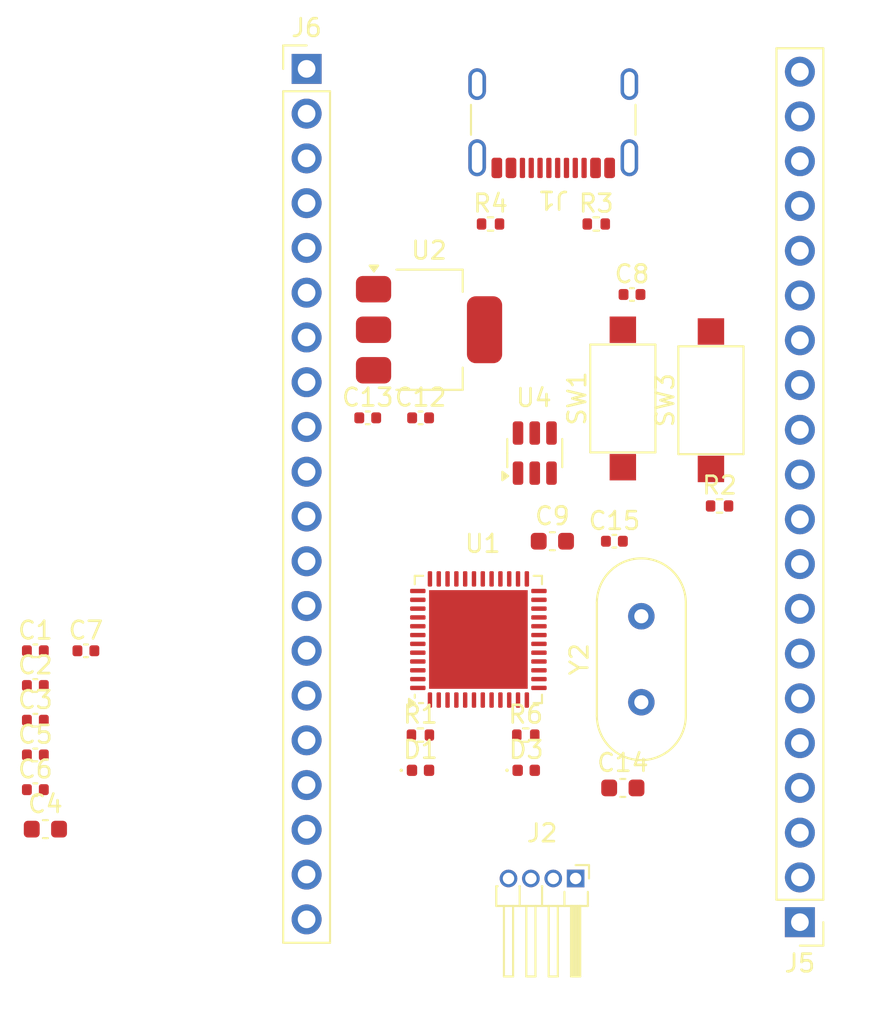
<source format=kicad_pcb>
(kicad_pcb (version 20240108) (generator "pcbnew") (generator_version "8.0")
  (layers (0 "F.Cu" signal) (31 "B.Cu" power) (34 "B.Paste" user) (35 "F.Paste" user) (36 "B.SilkS" user "B.Silkscreen") (37 "F.SilkS" user "F.Silkscreen") (38 "B.Mask" user) (39 "F.Mask" user) (44 "Edge.Cuts" user))
  (net 0 "")
  (net 1 "GND")
  (net 2 "+3.3V")
  (net 3 "/NRST")
  (net 4 "Net-(U1-VCAP1)")
  (net 5 "+5V")
  (net 6 "/HSE_OUT")
  (net 7 "/HSE_IN")
  (net 8 "/LED_PWR")
  (net 9 "Net-(D1-K)")
  (net 10 "Net-(D3-K)")
  (net 11 "/LED_1")
  (net 13 "/USB_D-")
  (net 14 "Net-(J1-CC1)")
  (net 15 "/USB_D+")
  (net 16 "Net-(J1-CC2)")
  (net 18 "/SWD_DIO")
  (net 19 "/SWD_CLK")
  (net 20 "/PB3")
  (net 21 "/PA4")
  (net 22 "/PA8")
  (net 23 "/PB0")
  (net 24 "/PA7")
  (net 25 "/PA1")
  (net 26 "/PB2")
  (net 27 "/PB4")
  (net 28 "/PA15")
  (net 29 "/PA5")
  (net 30 "/PB1")
  (net 31 "/PA2")
  (net 32 "/PA6")
  (net 33 "/PA9")
  (net 34 "/PB5")
  (net 35 "/PA0")
  (net 36 "/PA10")
  (net 37 "/PB15")
  (net 38 "/PB8")
  (net 39 "/PB14")
  (net 40 "/PB6")
  (net 44 "/PB10")
  (net 46 "/PB13")
  (net 47 "/PC15")
  (net 49 "/PB12")
  (net 50 "/PB9")
  (net 51 "/PB7")
  (net 52 "/PC14")
  (net 53 "/BOOT0")
  (footprint "Capacitor_SMD:C_0603_1608Metric" (layer "F.Cu") (at 145 105.9)
    (property "Reference" "C9" (at 0 -1.43 0) (layer "F.SilkS"))
    (property "Value" "4u7")
    (fp_line (start -0.14058 -0.51) (end 0.14058 -0.51) (stroke (width 0.12)) (layer "F.SilkS"))
    (fp_line (start -0.14058 0.51) (end 0.14058 0.51) (stroke (width 0.12)) (layer "F.SilkS"))
    (pad "1" smd roundrect (at -0.775 0) (size 0.9 0.95) (layers "F.Cu" "F.Paste" "F.Mask") (net 4 "Net-(U1-VCAP1)"))
    (pad "2" smd roundrect (at 0.775 0) (size 0.9 0.95) (layers "F.Cu" "F.Paste" "F.Mask") (net 1 "GND"))
  )
  (footprint "Capacitor_SMD:C_0402_1005Metric" (layer "F.Cu") (at 137.52 98.9)
    (property "Reference" "C12" (at 0 -1.16 0) (layer "F.SilkS"))
    (property "Value" "10u")
    (fp_line (start -0.107836 -0.36) (end 0.107836 -0.36) (stroke (width 0.12)) (layer "F.SilkS"))
    (fp_line (start -0.107836 0.36) (end 0.107836 0.36) (stroke (width 0.12)) (layer "F.SilkS"))
    (pad "1" smd roundrect (at -0.48 0) (size 0.56 0.62) (layers "F.Cu" "F.Paste" "F.Mask") (net 5 "+5V"))
    (pad "2" smd roundrect (at 0.48 0) (size 0.56 0.62) (layers "F.Cu" "F.Paste" "F.Mask") (net 1 "GND"))
  )
  (footprint "Connector_PinHeader_2.54mm:PinHeader_1x20_P2.54mm_Vertical" (layer "F.Cu") (at 159.05 127.5175 180)
    (property "Reference" "J5" (at 0 -2.33 360) (layer "F.SilkS"))
    (property "Value" "Conn_01x20")
    (fp_line (start 1.33 1.27) (end 1.33 49.59) (stroke (width 0.12)) (layer "F.SilkS"))
    (fp_line (start -1.33 49.59) (end 1.33 49.59) (stroke (width 0.12)) (layer "F.SilkS"))
    (fp_line (start -1.33 1.27) (end 1.33 1.27) (stroke (width 0.12)) (layer "F.SilkS"))
    (fp_line (start -1.33 1.27) (end -1.33 49.59) (stroke (width 0.12)) (layer "F.SilkS"))
    (fp_line (start -1.33 0) (end -1.33 -1.33) (stroke (width 0.12)) (layer "F.SilkS"))
    (fp_line (start -1.33 -1.33) (end 0 -1.33) (stroke (width 0.12)) (layer "F.SilkS"))
    (pad "1" thru_hole rect (at 0 0 180) (size 1.7 1.7) (drill 1) (layers "*.Cu" "*.Mask") (net 35 "/PA0"))
    (pad "2" thru_hole oval (at 0 2.54 180) (size 1.7 1.7) (drill 1) (layers "*.Cu" "*.Mask") (net 25 "/PA1"))
    (pad "3" thru_hole oval (at 0 5.08 180) (size 1.7 1.7) (drill 1) (layers "*.Cu" "*.Mask") (net 31 "/PA2"))
    (pad "4" thru_hole oval (at 0 7.62 180) (size 1.7 1.7) (drill 1) (layers "*.Cu" "*.Mask") (net 21 "/PA4"))
    (pad "5" thru_hole oval (at 0 10.16 180) (size 1.7 1.7) (drill 1) (layers "*.Cu" "*.Mask") (net 29 "/PA5"))
    (pad "6" thru_hole oval (at 0 12.7 180) (size 1.7 1.7) (drill 1) (layers "*.Cu" "*.Mask") (net 32 "/PA6"))
    (pad "7" thru_hole oval (at 0 15.24 180) (size 1.7 1.7) (drill 1) (layers "*.Cu" "*.Mask") (net 24 "/PA7"))
    (pad "8" thru_hole oval (at 0 17.78 180) (size 1.7 1.7) (drill 1) (layers "*.Cu" "*.Mask") (net 22 "/PA8"))
    (pad "9" thru_hole oval (at 0 20.32 180) (size 1.7 1.7) (drill 1) (layers "*.Cu" "*.Mask") (net 33 "/PA9"))
    (pad "10" thru_hole oval (at 0 22.86 180) (size 1.7 1.7) (drill 1) (layers "*.Cu" "*.Mask") (net 36 "/PA10"))
    (pad "11" thru_hole oval (at 0 25.4 180) (size 1.7 1.7) (drill 1) (layers "*.Cu" "*.Mask") (net 28 "/PA15"))
    (pad "12" thru_hole oval (at 0 27.94 180) (size 1.7 1.7) (drill 1) (layers "*.Cu" "*.Mask") (net 23 "/PB0"))
    (pad "13" thru_hole oval (at 0 30.48 180) (size 1.7 1.7) (drill 1) (layers "*.Cu" "*.Mask") (net 30 "/PB1"))
    (pad "14" thru_hole oval (at 0 33.02 180) (size 1.7 1.7) (drill 1) (layers "*.Cu" "*.Mask") (net 26 "/PB2"))
    (pad "15" thru_hole oval (at 0 35.56 180) (size 1.7 1.7) (drill 1) (layers "*.Cu" "*.Mask") (net 20 "/PB3"))
    (pad "16" thru_hole oval (at 0 38.1 180) (size 1.7 1.7) (drill 1) (layers "*.Cu" "*.Mask") (net 27 "/PB4"))
    (pad "17" thru_hole oval (at 0 40.64 180) (size 1.7 1.7) (drill 1) (layers "*.Cu" "*.Mask") (net 34 "/PB5"))
    (pad "18" thru_hole oval (at 0 43.18 180) (size 1.7 1.7) (drill 1) (layers "*.Cu" "*.Mask") (net 5 "+5V"))
    (pad "19" thru_hole oval (at 0 45.72 180) (size 1.7 1.7) (drill 1) (layers "*.Cu" "*.Mask") (net 1 "GND"))
    (pad "20" thru_hole oval (at 0 48.26 180) (size 1.7 1.7) (drill 1) (layers "*.Cu" "*.Mask") (net 2 "+3.3V"))
  )
  (footprint "Package_TO_SOT_SMD:SOT-23-6" (layer "F.Cu") (at 144 100.9 90)
    (property "Reference" "U4" (at 3.1375 -0.05 180) (layer "F.SilkS"))
    (property "Value" "2SC6")
    (fp_line (start 0 -1.56) (end 0.8 -1.56) (stroke (width 0.12)) (layer "F.SilkS"))
    (fp_line (start 0 -1.56) (end -0.8 -1.56) (stroke (width 0.12)) (layer "F.SilkS"))
    (fp_line (start 0 1.56) (end 0.8 1.56) (stroke (width 0.12)) (layer "F.SilkS"))
    (fp_line (start 0 1.56) (end -0.8 1.56) (stroke (width 0.12)) (layer "F.SilkS"))
    (fp_poly (pts (xy -1.3 -1.51) (xy -1.54 -1.84) (xy -1.06 -1.84) (xy -1.3 -1.51)) (stroke (width 0.12)) (fill solid) (layer "F.SilkS"))
    (pad "1" smd roundrect (at -1.1375 -0.95 90) (size 1.325 0.6) (layers "F.Cu" "F.Paste" "F.Mask") (net 15 "/USB_D+"))
    (pad "2" smd roundrect (at -1.1375 0 90) (size 1.325 0.6) (layers "F.Cu" "F.Paste" "F.Mask") (net 1 "GND"))
    (pad "3" smd roundrect (at -1.1375 0.95 90) (size 1.325 0.6) (layers "F.Cu" "F.Paste" "F.Mask") (net 13 "/USB_D-"))
    (pad "4" smd roundrect (at 1.1375 0.95 90) (size 1.325 0.6) (layers "F.Cu" "F.Paste" "F.Mask"))
    (pad "5" smd roundrect (at 1.1375 0 90) (size 1.325 0.6) (layers "F.Cu" "F.Paste" "F.Mask") (net 2 "+3.3V"))
    (pad "6" smd roundrect (at 1.1375 -0.95 90) (size 1.325 0.6) (layers "F.Cu" "F.Paste" "F.Mask"))
  )
  (footprint "Capacitor_SMD:C_0402_1005Metric" (layer "F.Cu") (at 115.6525 119.9975)
    (property "Reference" "C6" (at 0 -1.16 0) (layer "F.SilkS"))
    (property "Value" "1u")
    (fp_line (start -0.107836 -0.36) (end 0.107836 -0.36) (stroke (width 0.12)) (layer "F.SilkS"))
    (fp_line (start -0.107836 0.36) (end 0.107836 0.36) (stroke (width 0.12)) (layer "F.SilkS"))
    (pad "1" smd roundrect (at -0.48 0) (size 0.56 0.62) (layers "F.Cu" "F.Paste" "F.Mask") (net 2 "+3.3V"))
    (pad "2" smd roundrect (at 0.48 0) (size 0.56 0.62) (layers "F.Cu" "F.Paste" "F.Mask") (net 1 "GND"))
  )
  (footprint "Capacitor_SMD:C_0402_1005Metric" (layer "F.Cu") (at 115.6525 118.0275)
    (property "Reference" "C5" (at 0 -1.16 0) (layer "F.SilkS"))
    (property "Value" "100n")
    (fp_line (start -0.107836 -0.36) (end 0.107836 -0.36) (stroke (width 0.12)) (layer "F.SilkS"))
    (fp_line (start -0.107836 0.36) (end 0.107836 0.36) (stroke (width 0.12)) (layer "F.SilkS"))
    (pad "1" smd roundrect (at -0.48 0) (size 0.56 0.62) (layers "F.Cu" "F.Paste" "F.Mask") (net 2 "+3.3V"))
    (pad "2" smd roundrect (at 0.48 0) (size 0.56 0.62) (layers "F.Cu" "F.Paste" "F.Mask") (net 1 "GND"))
  )
  (footprint "Resistor_SMD:R_0402_1005Metric" (layer "F.Cu") (at 147.49 87.9)
    (property "Reference" "R3" (at 0 -1.17 0) (layer "F.SilkS"))
    (property "Value" "5.1k")
    (fp_line (start -0.153641 -0.38) (end 0.153641 -0.38) (stroke (width 0.12)) (layer "F.SilkS"))
    (fp_line (start -0.153641 0.38) (end 0.153641 0.38) (stroke (width 0.12)) (layer "F.SilkS"))
    (pad "1" smd roundrect (at -0.51 0) (size 0.54 0.64) (layers "F.Cu" "F.Paste" "F.Mask") (net 14 "Net-(J1-CC1)"))
    (pad "2" smd roundrect (at 0.51 0) (size 0.54 0.64) (layers "F.Cu" "F.Paste" "F.Mask") (net 1 "GND"))
  )
  (footprint "Capacitor_SMD:C_0402_1005Metric" (layer "F.Cu") (at 115.6525 112.1175)
    (property "Reference" "C1" (at 0 -1.16 0) (layer "F.SilkS"))
    (property "Value" "100n")
    (fp_line (start -0.107836 -0.36) (end 0.107836 -0.36) (stroke (width 0.12)) (layer "F.SilkS"))
    (fp_line (start -0.107836 0.36) (end 0.107836 0.36) (stroke (width 0.12)) (layer "F.SilkS"))
    (pad "1" smd roundrect (at -0.48 0) (size 0.56 0.62) (layers "F.Cu" "F.Paste" "F.Mask") (net 2 "+3.3V"))
    (pad "2" smd roundrect (at 0.48 0) (size 0.56 0.62) (layers "F.Cu" "F.Paste" "F.Mask") (net 1 "GND"))
  )
  (footprint "LED_SMD:LED_0402_1005Metric" (layer "F.Cu") (at 137.515 118.9)
    (property "Reference" "D1" (at 0 -1.17 0) (layer "F.SilkS"))
    (property "Value" "LED")
    (fp_circle (center -1.09 0) (end -1.04 0) (stroke (width 0.1)) (fill none) (layer "F.SilkS"))
    (pad "1" smd roundrect (at -0.485 0) (size 0.59 0.64) (layers "F.Cu" "F.Paste" "F.Mask") (net 9 "Net-(D1-K)"))
    (pad "2" smd roundrect (at 0.485 0) (size 0.59 0.64) (layers "F.Cu" "F.Paste" "F.Mask") (net 8 "/LED_PWR"))
  )
  (footprint "Button_Switch_SMD:SW_SPST_CK_RS282G05A3" (layer "F.Cu") (at 149 97.8 90)
    (property "Reference" "SW1" (at 0 -2.6 90) (layer "F.SilkS"))
    (property "Value" "Push")
    (fp_line (start 3.06 -1.85) (end 3.06 1.85) (stroke (width 0.12)) (layer "F.SilkS"))
    (fp_line (start -3.06 -1.85) (end 3.06 -1.85) (stroke (width 0.12)) (layer "F.SilkS"))
    (fp_line (start 3.06 1.85) (end -3.06 1.85) (stroke (width 0.12)) (layer "F.SilkS"))
    (fp_line (start -3.06 1.85) (end -3.06 -1.85) (stroke (width 0.12)) (layer "F.SilkS"))
    (pad "1" smd rect (at -3.9 0 90) (size 1.5 1.5) (layers "F.Cu" "F.Paste" "F.Mask") (net 3 "/NRST"))
    (pad "2" smd rect (at 3.9 0 90) (size 1.5 1.5) (layers "F.Cu" "F.Paste" "F.Mask") (net 1 "GND"))
  )
  (footprint "Package_TO_SOT_SMD:SOT-223-3_TabPin2" (layer "F.Cu") (at 138 93.9)
    (property "Reference" "U2" (at 0 -4.5 0) (layer "F.SilkS"))
    (property "Value" "AMS1117-3.3")
    (fp_line (start -1.85 -3.41) (end 1.91 -3.41) (stroke (width 0.12)) (layer "F.SilkS"))
    (fp_line (start -1.85 3.41) (end 1.91 3.41) (stroke (width 0.12)) (layer "F.SilkS"))
    (fp_line (start 1.91 -3.41) (end 1.91 -2.15) (stroke (width 0.12)) (layer "F.SilkS"))
    (fp_line (start 1.91 3.41) (end 1.91 2.15) (stroke (width 0.12)) (layer "F.SilkS"))
    (fp_poly (pts (xy -3.13 -3.31) (xy -3.37 -3.64) (xy -2.89 -3.64) (xy -3.13 -3.31)) (stroke (width 0.12)) (fill solid) (layer "F.SilkS"))
    (pad "1" smd roundrect (at -3.15 -2.3) (size 2 1.5) (layers "F.Cu" "F.Paste" "F.Mask") (net 1 "GND"))
    (pad "2" smd roundrect (at -3.15 0) (size 2 1.5) (layers "F.Cu" "F.Paste" "F.Mask") (net 2 "+3.3V"))
    (pad "2" smd roundrect (at 3.15 0) (size 2 3.8) (layers "F.Cu" "F.Paste" "F.Mask") (net 2 "+3.3V"))
    (pad "3" smd roundrect (at -3.15 2.3) (size 2 1.5) (layers "F.Cu" "F.Paste" "F.Mask") (net 5 "+5V"))
  )
  (footprint "Capacitor_SMD:C_0402_1005Metric" (layer "F.Cu") (at 148.52 105.9)
    (property "Reference" "C15" (at 0 -1.16 0) (layer "F.SilkS"))
    (property "Value" "18p")
    (fp_line (start -0.107836 -0.36) (end 0.107836 -0.36) (stroke (width 0.12)) (layer "F.SilkS"))
    (fp_line (start -0.107836 0.36) (end 0.107836 0.36) (stroke (width 0.12)) (layer "F.SilkS"))
    (pad "1" smd roundrect (at -0.48 0) (size 0.56 0.62) (layers "F.Cu" "F.Paste" "F.Mask") (net 7 "/HSE_IN"))
    (pad "2" smd roundrect (at 0.48 0) (size 0.56 0.62) (layers "F.Cu" "F.Paste" "F.Mask") (net 1 "GND"))
  )
  (footprint "Capacitor_SMD:C_0603_1608Metric" (layer "F.Cu") (at 116.2225 122.2375)
    (property "Reference" "C4" (at 0 -1.43 0) (layer "F.SilkS"))
    (property "Value" "4u7")
    (fp_line (start -0.14058 -0.51) (end 0.14058 -0.51) (stroke (width 0.12)) (layer "F.SilkS"))
    (fp_line (start -0.14058 0.51) (end 0.14058 0.51) (stroke (width 0.12)) (layer "F.SilkS"))
    (pad "1" smd roundrect (at -0.775 0) (size 0.9 0.95) (layers "F.Cu" "F.Paste" "F.Mask") (net 2 "+3.3V"))
    (pad "2" smd roundrect (at 0.775 0) (size 0.9 0.95) (layers "F.Cu" "F.Paste" "F.Mask") (net 1 "GND"))
  )
  (footprint "Package_DFN_QFN:QFN-48-1EP_7x7mm_P0.5mm_EP5.6x5.6mm" (layer "F.Cu") (at 140.8 111.475 90)
    (property "Reference" "U1" (at 5.4375 0.25 180) (layer "F.SilkS"))
    (property "Value" "STM32F411CCU6")
    (fp_line (start 3.61 -3.61) (end 3.61 -3.135) (stroke (width 0.12)) (layer "F.SilkS"))
    (fp_line (start 3.135 -3.61) (end 3.61 -3.61) (stroke (width 0.12)) (layer "F.SilkS"))
    (fp_line (start -3.135 -3.61) (end -3.31 -3.61) (stroke (width 0.12)) (layer "F.SilkS"))
    (fp_line (start -3.61 -3.135) (end -3.61 -3.37) (stroke (width 0.12)) (layer "F.SilkS"))
    (fp_line (start 3.61 3.61) (end 3.61 3.135) (stroke (width 0.12)) (layer "F.SilkS"))
    (fp_line (start 3.135 3.61) (end 3.61 3.61) (stroke (width 0.12)) (layer "F.SilkS"))
    (fp_line (start -3.135 3.61) (end -3.61 3.61) (stroke (width 0.12)) (layer "F.SilkS"))
    (fp_line (start -3.61 3.61) (end -3.61 3.135) (stroke (width 0.12)) (layer "F.SilkS"))
    (fp_poly (pts (xy -3.61 -3.61) (xy -3.85 -3.94) (xy -3.37 -3.94) (xy -3.61 -3.61)) (stroke (width 0.12)) (fill solid) (layer "F.SilkS"))
    (pad "1" smd roundrect (at -3.4375 -2.75 90) (size 0.875 0.25) (layers "F.Cu" "F.Paste" "F.Mask") (net 1 "GND"))
    (pad "2" smd roundrect (at -3.4375 -2.25 90) (size 0.875 0.25) (layers "F.Cu" "F.Paste" "F.Mask") (net 8 "/LED_PWR"))
    (pad "3" smd roundrect (at -3.4375 -1.75 90) (size 0.875 0.25) (layers "F.Cu" "F.Paste" "F.Mask") (net 52 "/PC14"))
    (pad "4" smd roundrect (at -3.4375 -1.25 90) (size 0.875 0.25) (layers "F.Cu" "F.Paste" "F.Mask") (net 47 "/PC15"))
    (pad "5" smd roundrect (at -3.4375 -0.75 90) (size 0.875 0.25) (layers "F.Cu" "F.Paste" "F.Mask") (net 7 "/HSE_IN"))
    (pad "6" smd roundrect (at -3.4375 -0.25 90) (size 0.875 0.25) (layers "F.Cu" "F.Paste" "F.Mask") (net 6 "/HSE_OUT"))
    (pad "7" smd roundrect (at -3.4375 0.25 90) (size 0.875 0.25) (layers "F.Cu" "F.Paste" "F.Mask") (net 3 "/NRST"))
    (pad "8" smd roundrect (at -3.4375 0.75 90) (size 0.875 0.25) (layers "F.Cu" "F.Paste" "F.Mask") (net 1 "GND"))
    (pad "9" smd roundrect (at -3.4375 1.25 90) (size 0.875 0.25) (layers "F.Cu" "F.Paste" "F.Mask") (net 1 "GND"))
    (pad "10" smd roundrect (at -3.4375 1.75 90) (size 0.875 0.25) (layers "F.Cu" "F.Paste" "F.Mask") (net 35 "/PA0"))
    (pad "11" smd roundrect (at -3.4375 2.25 90) (size 0.875 0.25) (layers "F.Cu" "F.Paste" "F.Mask") (net 25 "/PA1"))
    (pad "12" smd roundrect (at -3.4375 2.75 90) (size 0.875 0.25) (layers "F.Cu" "F.Paste" "F.Mask") (net 31 "/PA2"))
    (pad "13" smd roundrect (at -2.75 3.4375 90) (size 0.25 0.875) (layers "F.Cu" "F.Paste" "F.Mask") (net 11 "/LED_1"))
    (pad "14" smd roundrect (at -2.25 3.4375 90) (size 0.25 0.875) (layers "F.Cu" "F.Paste" "F.Mask") (net 21 "/PA4"))
    (pad "15" smd roundrect (at -1.75 3.4375 90) (size 0.25 0.875) (layers "F.Cu" "F.Paste" "F.Mask") (net 29 "/PA5"))
    (pad "16" smd roundrect (at -1.25 3.4375 90) (size 0.25 0.875) (layers "F.Cu" "F.Paste" "F.Mask") (net 32 "/PA6"))
    (pad "17" smd roundrect (at -0.75 3.4375 90) (size 0.25 0.875) (layers "F.Cu" "F.Paste" "F.Mask") (net 24 "/PA7"))
    (pad "18" smd roundrect (at -0.25 3.4375 90) (size 0.25 0.875) (layers "F.Cu" "F.Paste" "F.Mask") (net 23 "/PB0"))
    (pad "19" smd roundrect (at 0.25 3.4375 90) (size 0.25 0.875) (layers "F.Cu" "F.Paste" "F.Mask") (net 30 "/PB1"))
    (pad "20" smd roundrect (at 0.75 3.4375 90) (size 0.25 0.875) (layers "F.Cu" "F.Paste" "F.Mask") (net 26 "/PB2"))
    (pad "21" smd roundrect (at 1.25 3.4375 90) (size 0.25 0.875) (layers "F.Cu" "F.Paste" "F.Mask") (net 44 "/PB10"))
    (pad "22" smd roundrect (at 1.75 3.4375 90) (size 0.25 0.875) (layers "F.Cu" "F.Paste" "F.Mask") (net 4 "Net-(U1-VCAP1)"))
    (pad "23" smd roundrect (at 2.25 3.4375 90) (size 0.25 0.875) (layers "F.Cu" "F.Paste" "F.Mask") (net 1 "GND"))
    (pad "24" smd roundrect (at 2.75 3.4375 90) (size 0.25 0.875) (layers "F.Cu" "F.Paste" "F.Mask") (net 1 "GND"))
    (pad "25" smd roundrect (at 3.4375 2.75 90) (size 0.875 0.25) (layers "F.Cu" "F.Paste" "F.Mask") (net 49 "/PB12"))
    (pad "26" smd roundrect (at 3.4375 2.25 90) (size 0.875 0.25) (layers "F.Cu" "F.Paste" "F.Mask") (net 46 "/PB13"))
    (pad "27" smd roundrect (at 3.4375 1.75 90) (size 0.875 0.25) (layers "F.Cu" "F.Paste" "F.Mask") (net 39 "/PB14"))
    (pad "28" smd roundrect (at 3.4375 1.25 90) (size 0.875 0.25) (layers "F.Cu" "F.Paste" "F.Mask") (net 37 "/PB15"))
    (pad "29" smd roundrect (at 3.4375 0.75 90) (size 0.875 0.25) (layers "F.Cu" "F.Paste" "F.Mask") (net 22 "/PA8"))
    (pad "30" smd roundrect (at 3.4375 0.25 90) (size 0.875 0.25) (layers "F.Cu" "F.Paste" "F.Mask") (net 33 "/PA9"))
    (pad "31" smd roundrect (at 3.4375 -0.25 90) (size 0.875 0.25) (layers "F.Cu" "F.Paste" "F.Mask") (net 36 "/PA10"))
    (pad "32" smd roundrect (at 3.4375 -0.75 90) (size 0.875 0.25) (layers "F.Cu" "F.Paste" "F.Mask") (net 13 "/USB_D-"))
    (pad "33" smd roundrect (at 3.4375 -1.25 90) (size 0.875 0.25) (layers "F.Cu" "F.Paste" "F.Mask") (net 15 "/USB_D+"))
    (pad "34" smd roundrect (at 3.4375 -1.75 90) (size 0.875 0.25) (layers "F.Cu" "F.Paste" "F.Mask") (net 18 "/SWD_DIO"))
    (pad "35" smd roundrect (at 3.4375 -2.25 90) (size 0.875 0.25) (layers "F.Cu" "F.Paste" "F.Mask") (net 1 "GND"))
    (pad "36" smd roundrect (at 3.4375 -2.75 90) (size 0.875 0.25) (layers "F.Cu" "F.Paste" "F.Mask") (net 1 "GND"))
    (pad "37" smd roundrect (at 2.75 -3.4375 90) (size 0.25 0.875) (layers "F.Cu" "F.Paste" "F.Mask") (net 19 "/SWD_CLK"))
    (pad "38" smd roundrect (at 2.25 -3.4375 90) (size 0.25 0.875) (layers "F.Cu" "F.Paste" "F.Mask") (net 28 "/PA15"))
    (pad "39" smd roundrect (at 1.75 -3.4375 90) (size 0.25 0.875) (layers "F.Cu" "F.Paste" "F.Mask") (net 20 "/PB3"))
    (pad "40" smd roundrect (at 1.25 -3.4375 90) (size 0.25 0.875) (layers "F.Cu" "F.Paste" "F.Mask") (net 27 "/PB4"))
    (pad "41" smd roundrect (at 0.75 -3.4375 90) (size 0.25 0.875) (layers "F.Cu" "F.Paste" "F.Mask") (net 34 "/PB5"))
    (pad "42" smd roundrect (at 0.25 -3.4375 90) (size 0.25 0.875) (layers "F.Cu" "F.Paste" "F.Mask") (net 40 "/PB6"))
    (pad "43" smd roundrect (at -0.25 -3.4375 90) (size 0.25 0.875) (layers "F.Cu" "F.Paste" "F.Mask") (net 51 "/PB7"))
    (pad "44" smd roundrect (at -0.75 -3.4375 90) (size 0.25 0.875) (layers "F.Cu" "F.Paste" "F.Mask") (net 53 "/BOOT0"))
    (pad "45" smd roundrect (at -1.25 -3.4375 90) (size 0.25 0.875) (layers "F.Cu" "F.Paste" "F.Mask") (net 38 "/PB8"))
    (pad "46" smd roundrect (at -1.75 -3.4375 90) (size 0.25 0.875) (layers "F.Cu" "F.Paste" "F.Mask") (net 50 "/PB9"))
    (pad "47" smd roundrect (at -2.25 -3.4375 90) (size 0.25 0.875) (layers "F.Cu" "F.Paste" "F.Mask") (net 1 "GND"))
    (pad "48" smd roundrect (at -2.75 -3.4375 90) (size 0.25 0.875) (layers "F.Cu" "F.Paste" "F.Mask") (net 1 "GND"))
    (pad "49" smd rect (at 0 0 90) (size 5.6 5.6) (property pad_prop_heatsink) (layers "F.Cu" "F.Mask") (net 1 "GND"))
  )
  (footprint "Capacitor_SMD:C_0402_1005Metric" (layer "F.Cu") (at 115.6525 116.0575)
    (property "Reference" "C3" (at 0 -1.16 0) (layer "F.SilkS"))
    (property "Value" "100n")
    (fp_line (start -0.107836 -0.36) (end 0.107836 -0.36) (stroke (width 0.12)) (layer "F.SilkS"))
    (fp_line (start -0.107836 0.36) (end 0.107836 0.36) (stroke (width 0.12)) (layer "F.SilkS"))
    (pad "1" smd roundrect (at -0.48 0) (size 0.56 0.62) (layers "F.Cu" "F.Paste" "F.Mask") (net 2 "+3.3V"))
    (pad "2" smd roundrect (at 0.48 0) (size 0.56 0.62) (layers "F.Cu" "F.Paste" "F.Mask") (net 1 "GND"))
  )
  (footprint "Connector_PinHeader_2.54mm:PinHeader_1x20_P2.54mm_Vertical" (layer "F.Cu") (at 131.05 79.0975)
    (property "Reference" "J6" (at 0 -2.33 0) (layer "F.SilkS"))
    (property "Value" "Conn_01x20")
    (fp_line (start -1.33 -1.33) (end 0 -1.33) (stroke (width 0.12)) (layer "F.SilkS"))
    (fp_line (start -1.33 0) (end -1.33 -1.33) (stroke (width 0.12)) (layer "F.SilkS"))
    (fp_line (start -1.33 1.27) (end -1.33 49.59) (stroke (width 0.12)) (layer "F.SilkS"))
    (fp_line (start -1.33 1.27) (end 1.33 1.27) (stroke (width 0.12)) (layer "F.SilkS"))
    (fp_line (start -1.33 49.59) (end 1.33 49.59) (stroke (width 0.12)) (layer "F.SilkS"))
    (fp_line (start 1.33 1.27) (end 1.33 49.59) (stroke (width 0.12)) (layer "F.SilkS"))
    (pad "1" thru_hole rect (at 0 0) (size 1.7 1.7) (drill 1) (layers "*.Cu" "*.Mask") (net 1 "GND"))
    (pad "2" thru_hole oval (at 0 2.54) (size 1.7 1.7) (drill 1) (layers "*.Cu" "*.Mask") (net 1 "GND"))
    (pad "3" thru_hole oval (at 0 5.08) (size 1.7 1.7) (drill 1) (layers "*.Cu" "*.Mask") (net 2 "+3.3V"))
    (pad "4" thru_hole oval (at 0 7.62) (size 1.7 1.7) (drill 1) (layers "*.Cu" "*.Mask") (net 5 "+5V"))
    (pad "5" thru_hole oval (at 0 10.16) (size 1.7 1.7) (drill 1) (layers "*.Cu" "*.Mask") (net 40 "/PB6"))
    (pad "6" thru_hole oval (at 0 12.7) (size 1.7 1.7) (drill 1) (layers "*.Cu" "*.Mask") (net 51 "/PB7"))
    (pad "7" thru_hole oval (at 0 15.24) (size 1.7 1.7) (drill 1) (layers "*.Cu" "*.Mask") (net 38 "/PB8"))
    (pad "8" thru_hole oval (at 0 17.78) (size 1.7 1.7) (drill 1) (layers "*.Cu" "*.Mask") (net 50 "/PB9"))
    (pad "9" thru_hole oval (at 0 20.32) (size 1.7 1.7) (drill 1) (layers "*.Cu" "*.Mask") (net 44 "/PB10"))
    (pad "10" thru_hole oval (at 0 22.86) (size 1.7 1.7) (drill 1) (layers "*.Cu" "*.Mask") (net 49 "/PB12"))
    (pad "11" thru_hole oval (at 0 25.4) (size 1.7 1.7) (drill 1) (layers "*.Cu" "*.Mask") (net 46 "/PB13"))
    (pad "12" thru_hole oval (at 0 27.94) (size 1.7 1.7) (drill 1) (layers "*.Cu" "*.Mask") (net 39 "/PB14"))
    (pad "13" thru_hole oval (at 0 30.48) (size 1.7 1.7) (drill 1) (layers "*.Cu" "*.Mask") (net 37 "/PB15"))
    (pad "14" thru_hole oval (at 0 33.02) (size 1.7 1.7) (drill 1) (layers "*.Cu" "*.Mask") (net 52 "/PC14"))
    (pad "15" thru_hole oval (at 0 35.56) (size 1.7 1.7) (drill 1) (layers "*.Cu" "*.Mask") (net 47 "/PC15"))
    (pad "16" thru_hole oval (at 0 38.1) (size 1.7 1.7) (drill 1) (layers "*.Cu" "*.Mask"))
    (pad "17" thru_hole oval (at 0 40.64) (size 1.7 1.7) (drill 1) (layers "*.Cu" "*.Mask"))
    (pad "18" thru_hole oval (at 0 43.18) (size 1.7 1.7) (drill 1) (layers "*.Cu" "*.Mask"))
    (pad "19" thru_hole oval (at 0 45.72) (size 1.7 1.7) (drill 1) (layers "*.Cu" "*.Mask"))
    (pad "20" thru_hole oval (at 0 48.26) (size 1.7 1.7) (drill 1) (layers "*.Cu" "*.Mask"))
  )
  (footprint "Resistor_SMD:R_0402_1005Metric" (layer "F.Cu") (at 141.49 87.9)
    (property "Reference" "R4" (at 0 -1.17 0) (layer "F.SilkS"))
    (property "Value" "5.1K")
    (fp_line (start -0.153641 -0.38) (end 0.153641 -0.38) (stroke (width 0.12)) (layer "F.SilkS"))
    (fp_line (start -0.153641 0.38) (end 0.153641 0.38) (stroke (width 0.12)) (layer "F.SilkS"))
    (pad "1" smd roundrect (at -0.51 0) (size 0.54 0.64) (layers "F.Cu" "F.Paste" "F.Mask") (net 1 "GND"))
    (pad "2" smd roundrect (at 0.51 0) (size 0.54 0.64) (layers "F.Cu" "F.Paste" "F.Mask") (net 16 "Net-(J1-CC2)"))
  )
  (footprint "Resistor_SMD:R_0402_1005Metric" (layer "F.Cu") (at 154.49 103.9)
    (property "Reference" "R2" (at 0 -1.17 0) (layer "F.SilkS"))
    (property "Value" "10K")
    (fp_line (start -0.153641 -0.38) (end 0.153641 -0.38) (stroke (width 0.12)) (layer "F.SilkS"))
    (fp_line (start -0.153641 0.38) (end 0.153641 0.38) (stroke (width 0.12)) (layer "F.SilkS"))
    (pad "1" smd roundrect (at -0.51 0) (size 0.54 0.64) (layers "F.Cu" "F.Paste" "F.Mask") (net 1 "GND"))
    (pad "2" smd roundrect (at 0.51 0) (size 0.54 0.64) (layers "F.Cu" "F.Paste" "F.Mask") (net 53 "/BOOT0"))
  )
  (footprint "Connector_USB:USB_C_Receptacle_GCT_USB4105-xx-A_16P_TopMnt_Horizontal" (layer "F.Cu") (at 145.05 81.0375 180)
    (property "Reference" "J1" (at 0 -5.5 180) (layer "F.SilkS"))
    (property "Value" "USB_C_Receptacle_USB2.0_16P")
    (fp_line (start 4.67 -0.1) (end 4.67 -1.8) (stroke (width 0.12)) (layer "F.SilkS"))
    (fp_line (start -4.67 -0.1) (end -4.67 -1.8) (stroke (width 0.12)) (layer "F.SilkS"))
    (pad "" np_thru_hole circle (at -2.89 -2.605 180) (size 0.65 0.65) (drill 0.65) (layers "F&B.Cu" "*.Mask"))
    (pad "" np_thru_hole circle (at 2.89 -2.605 180) (size 0.65 0.65) (drill 0.65) (layers "F&B.Cu" "*.Mask"))
    (pad "A1" smd roundrect (at -3.2 -3.68 180) (size 0.6 1.15) (layers "F.Cu" "F.Paste" "F.Mask") (net 1 "GND"))
    (pad "A4" smd roundrect (at -2.4 -3.68 180) (size 0.6 1.15) (layers "F.Cu" "F.Paste" "F.Mask") (net 5 "+5V"))
    (pad "A5" smd roundrect (at -1.25 -3.68 180) (size 0.3 1.15) (layers "F.Cu" "F.Paste" "F.Mask") (net 14 "Net-(J1-CC1)"))
    (pad "A6" smd roundrect (at -0.25 -3.68 180) (size 0.3 1.15) (layers "F.Cu" "F.Paste" "F.Mask") (net 15 "/USB_D+"))
    (pad "A7" smd roundrect (at 0.25 -3.68 180) (size 0.3 1.15) (layers "F.Cu" "F.Paste" "F.Mask") (net 13 "/USB_D-"))
    (pad "A8" smd roundrect (at 1.25 -3.68 180) (size 0.3 1.15) (layers "F.Cu" "F.Paste" "F.Mask"))
    (pad "A9" smd roundrect (at 2.4 -3.68 180) (size 0.6 1.15) (layers "F.Cu" "F.Paste" "F.Mask") (net 5 "+5V"))
    (pad "A12" smd roundrect (at 3.2 -3.68 180) (size 0.6 1.15) (layers "F.Cu" "F.Paste" "F.Mask") (net 1 "GND"))
    (pad "B1" smd roundrect (at 3.2 -3.68 180) (size 0.6 1.15) (layers "F.Cu" "F.Paste" "F.Mask") (net 1 "GND"))
    (pad "B4" smd roundrect (at 2.4 -3.68 180) (size 0.6 1.15) (layers "F.Cu" "F.Paste" "F.Mask") (net 5 "+5V"))
    (pad "B5" smd roundrect (at 1.75 -3.68 180) (size 0.3 1.15) (layers "F.Cu" "F.Paste" "F.Mask") (net 16 "Net-(J1-CC2)"))
    (pad "B6" smd roundrect (at 0.75 -3.68 180) (size 0.3 1.15) (layers "F.Cu" "F.Paste" "F.Mask") (net 15 "/USB_D+"))
    (pad "B7" smd roundrect (at -0.75 -3.68 180) (size 0.3 1.15) (layers "F.Cu" "F.Paste" "F.Mask") (net 13 "/USB_D-"))
    (pad "B8" smd roundrect (at -1.75 -3.68 180) (size 0.3 1.15) (layers "F.Cu" "F.Paste" "F.Mask"))
    (pad "B9" smd roundrect (at -2.4 -3.68 180) (size 0.6 1.15) (layers "F.Cu" "F.Paste" "F.Mask") (net 5 "+5V"))
    (pad "B12" smd roundrect (at -3.2 -3.68 180) (size 0.6 1.15) (layers "F.Cu" "F.Paste" "F.Mask") (net 1 "GND"))
    (pad "S1" thru_hole oval (at -4.32 -3.105 180) (size 1 2.1) (drill oval 0.6 1.7) (layers "*.Cu" "*.Mask" "F.Paste") (net 1 "GND"))
    (pad "S1" thru_hole oval (at -4.32 1.075 180) (size 1 1.8) (drill oval 0.6 1.4) (layers "*.Cu" "*.Mask" "F.Paste") (net 1 "GND"))
    (pad "S1" thru_hole oval (at 4.32 -3.105 180) (size 1 2.1) (drill oval 0.6 1.7) (layers "*.Cu" "*.Mask" "F.Paste") (net 1 "GND"))
    (pad "S1" thru_hole oval (at 4.32 1.075 180) (size 1 1.8) (drill oval 0.6 1.4) (layers "*.Cu" "*.Mask" "F.Paste") (net 1 "GND"))
  )
  (footprint "Capacitor_SMD:C_0402_1005Metric" (layer "F.Cu") (at 118.5225 112.1175)
    (property "Reference" "C7" (at 0 -1.16 0) (layer "F.SilkS"))
    (property "Value" "100n")
    (fp_line (start -0.107836 -0.36) (end 0.107836 -0.36) (stroke (width 0.12)) (layer "F.SilkS"))
    (fp_line (start -0.107836 0.36) (end 0.107836 0.36) (stroke (width 0.12)) (layer "F.SilkS"))
    (pad "1" smd roundrect (at -0.48 0) (size 0.56 0.62) (layers "F.Cu" "F.Paste" "F.Mask") (net 2 "+3.3V"))
    (pad "2" smd roundrect (at 0.48 0) (size 0.56 0.62) (layers "F.Cu" "F.Paste" "F.Mask") (net 1 "GND"))
  )
  (footprint "Capacitor_SMD:C_0402_1005Metric" (layer "F.Cu") (at 149.52 91.9)
    (property "Reference" "C8" (at 0 -1.16 0) (layer "F.SilkS"))
    (property "Value" "0.1u")
    (fp_line (start -0.107836 -0.36) (end 0.107836 -0.36) (stroke (width 0.12)) (layer "F.SilkS"))
    (fp_line (start -0.107836 0.36) (end 0.107836 0.36) (stroke (width 0.12)) (layer "F.SilkS"))
    (pad "1" smd roundrect (at -0.48 0) (size 0.56 0.62) (layers "F.Cu" "F.Paste" "F.Mask") (net 1 "GND"))
    (pad "2" smd roundrect (at 0.48 0) (size 0.56 0.62) (layers "F.Cu" "F.Paste" "F.Mask") (net 3 "/NRST"))
  )
  (footprint "Connector_PinHeader_1.27mm:PinHeader_1x04_P1.27mm_Horizontal" (layer "F.Cu") (at 146.32 125.0375 -90)
    (property "Reference" "J2" (at -2.575 1.9 180) (layer "F.SilkS"))
    (property "Value" "Conn_01x04")
    (fp_line (start 0.44 4.505) (end 0.44 4.429677) (stroke (width 0.12)) (layer "F.SilkS"))
    (fp_line (start 1.56 4.505) (end 0.44 4.505) (stroke (width 0.12)) (layer "F.SilkS"))
    (fp_line (start 5.56 4.07) (end 1.56 4.07) (stroke (width 0.12)) (layer "F.SilkS"))
    (fp_line (start 1.56 3.55) (end 5.56 3.55) (stroke (width 0.12)) (layer "F.SilkS"))
    (fp_line (start 5.56 3.55) (end 5.56 4.07) (stroke (width 0.12)) (layer "F.SilkS"))
    (fp_line (start 0.44 3.175) (end 1.56 3.175) (stroke (width 0.12)) (layer "F.SilkS"))
    (fp_line (start 0.44 3.159677) (end 0.44 3.190323) (stroke (width 0.12)) (layer "F.SilkS"))
    (fp_line (start 5.56 2.8) (end 1.56 2.8) (stroke (width 0.12)) (layer "F.SilkS"))
    (fp_line (start 1.56 2.28) (end 5.56 2.28) (stroke (width 0.12)) (layer "F.SilkS"))
    (fp_line (start 5.56 2.28) (end 5.56 2.8) (stroke (width 0.12)) (layer "F.SilkS"))
    (fp_line (start 0.44 1.905) (end 1.56 1.905) (stroke (width 0.12)) (layer "F.SilkS"))
    (fp_line (start 0.44 1.889677) (end 0.44 1.920323) (stroke (width 0.12)) (layer "F.SilkS"))
    (fp_line (start 5.56 1.53) (end 1.56 1.53) (stroke (width 0.12)) (layer "F.SilkS"))
    (fp_line (start 1.56 1.01) (end 5.56 1.01) (stroke (width 0.12)) (layer "F.SilkS"))
    (fp_line (start 5.56 1.01) (end 5.56 1.53) (stroke (width 0.12)) (layer "F.SilkS"))
    (fp_line (start 0.76 0.635) (end 1.56 0.635) (stroke (width 0.12)) (layer "F.SilkS"))
    (fp_line (start 5.56 0.26) (end 1.56 0.26) (stroke (width 0.12)) (layer "F.SilkS"))
    (fp_line (start 1.56 0.16) (end 5.56 0.16) (stroke (width 0.12)) (layer "F.SilkS"))
    (fp_line (start 1.56 0.04) (end 5.56 0.04) (stroke (width 0.12)) (layer "F.SilkS"))
    (fp_line (start -0.76 0) (end -0.76 -0.76) (stroke (width 0.12)) (layer "F.SilkS"))
    (fp_line (start 1.56 -0.08) (end 5.56 -0.08) (stroke (width 0.12)) (layer "F.SilkS"))
    (fp_line (start 1.56 -0.2) (end 5.56 -0.2) (stroke (width 0.12)) (layer "F.SilkS"))
    (fp_line (start 1.56 -0.26) (end 5.56 -0.26) (stroke (width 0.12)) (layer "F.SilkS"))
    (fp_line (start 5.56 -0.26) (end 5.56 0.26) (stroke (width 0.12)) (layer "F.SilkS"))
    (fp_line (start 0.76 -0.695) (end 1.56 -0.695) (stroke (width 0.12)) (layer "F.SilkS"))
    (fp_line (start 1.56 -0.695) (end 1.56 4.505) (stroke (width 0.12)) (layer "F.SilkS"))
    (fp_line (start -0.76 -0.76) (end 0 -0.76) (stroke (width 0.12)) (layer "F.SilkS"))
    (pad "1" thru_hole rect (at 0 0 270) (size 1 1) (drill 0.65) (layers "*.Cu" "*.Mask") (net 2 "+3.3V"))
    (pad "2" thru_hole oval (at 0 1.27 270) (size 1 1) (drill 0.65) (layers "*.Cu" "*.Mask") (net 18 "/SWD_DIO"))
    (pad "3" thru_hole oval (at 0 2.54 270) (size 1 1) (drill 0.65) (layers "*.Cu" "*.Mask") (net 19 "/SWD_CLK"))
    (pad "4" thru_hole oval (at 0 3.81 270) (size 1 1) (drill 0.65) (layers "*.Cu" "*.Mask") (net 1 "GND"))
  )
  (footprint "Crystal:Crystal_HC49-4H_Vertical" (layer "F.Cu") (at 150.05 115.0375 90)
    (property "Reference" "Y2" (at 2.44 -3.525 90) (layer "F.SilkS"))
    (property "Value" "8MHz")
    (fp_line (start -0.76 -2.525) (end 5.64 -2.525) (stroke (width 0.12)) (layer "F.SilkS"))
    (fp_line (start -0.76 2.525) (end 5.64 2.525) (stroke (width 0.12)) (layer "F.SilkS"))
    (fp_arc (start 5.64 -2.525) (mid 8.165 0) (end 5.64 2.525) (stroke (width 0.12)) (layer "F.SilkS"))
    (fp_arc (start -0.76 2.525) (mid -3.285 0) (end -0.76 -2.525) (stroke (width 0.12)) (layer "F.SilkS"))
    (pad "1" thru_hole circle (at 0 0 90) (size 1.5 1.5) (drill 0.8) (layers "*.Cu" "*.Mask") (net 7 "/HSE_IN"))
    (pad "2" thru_hole circle (at 4.88 0 90) (size 1.5 1.5) (drill 0.8) (layers "*.Cu" "*.Mask") (net 1 "GND"))
  )
  (footprint "Resistor_SMD:R_0402_1005Metric" (layer "F.Cu") (at 143.49 116.9)
    (property "Reference" "R6" (at 0 -1.17 0) (layer "F.SilkS"))
    (property "Value" "220")
    (fp_line (start -0.153641 -0.38) (end 0.153641 -0.38) (stroke (width 0.12)) (layer "F.SilkS"))
    (fp_line (start -0.153641 0.38) (end 0.153641 0.38) (stroke (width 0.12)) (layer "F.SilkS"))
    (pad "1" smd roundrect (at -0.51 0) (size 0.54 0.64) (layers "F.Cu" "F.Paste" "F.Mask") (net 10 "Net-(D3-K)"))
    (pad "2" smd roundrect (at 0.51 0) (size 0.54 0.64) (layers "F.Cu" "F.Paste" "F.Mask") (net 1 "GND"))
  )
  (footprint "Button_Switch_SMD:SW_SPST_CK_RS282G05A3" (layer "F.Cu") (at 154 97.9 90)
    (property "Reference" "SW3" (at 0 -2.6 90) (layer "F.SilkS"))
    (property "Value" "Push")
    (fp_line (start 3.06 -1.85) (end 3.06 1.85) (stroke (width 0.12)) (layer "F.SilkS"))
    (fp_line (start -3.06 -1.85) (end 3.06 -1.85) (stroke (width 0.12)) (layer "F.SilkS"))
    (fp_line (start 3.06 1.85) (end -3.06 1.85) (stroke (width 0.12)) (layer "F.SilkS"))
    (fp_line (start -3.06 1.85) (end -3.06 -1.85) (stroke (width 0.12)) (layer "F.SilkS"))
    (pad "1" smd rect (at -3.9 0 90) (size 1.5 1.5) (layers "F.Cu" "F.Paste" "F.Mask") (net 53 "/BOOT0"))
    (pad "2" smd rect (at 3.9 0 90) (size 1.5 1.5) (layers "F.Cu" "F.Paste" "F.Mask") (net 2 "+3.3V"))
  )
  (footprint "LED_SMD:LED_0402_1005Metric" (layer "F.Cu") (at 143.515 118.9)
    (property "Reference" "D3" (at 0 -1.17 0) (layer "F.SilkS"))
    (property "Value" "LED")
    (fp_circle (center -1.09 0) (end -1.04 0) (stroke (width 0.1)) (fill none) (layer "F.SilkS"))
    (pad "1" smd roundrect (at -0.485 0) (size 0.59 0.64) (layers "F.Cu" "F.Paste" "F.Mask") (net 10 "Net-(D3-K)"))
    (pad "2" smd roundrect (at 0.485 0) (size 0.59 0.64) (layers "F.Cu" "F.Paste" "F.Mask") (net 11 "/LED_1"))
  )
  (footprint "Capacitor_SMD:C_0402_1005Metric" (layer "F.Cu") (at 134.52 98.9)
    (property "Reference" "C13" (at 0 -1.16 0) (layer "F.SilkS"))
    (property "Value" "10u")
    (fp_line (start -0.107836 -0.36) (end 0.107836 -0.36) (stroke (width 0.12)) (layer "F.SilkS"))
    (fp_line (start -0.107836 0.36) (end 0.107836 0.36) (stroke (width 0.12)) (layer "F.SilkS"))
    (pad "1" smd roundrect (at -0.48 0) (size 0.56 0.62) (layers "F.Cu" "F.Paste" "F.Mask") (net 2 "+3.3V"))
    (pad "2" smd roundrect (at 0.48 0) (size 0.56 0.62) (layers "F.Cu" "F.Paste" "F.Mask") (net 1 "GND"))
  )
  (footprint "Capacitor_SMD:C_0603_1608Metric" (layer "F.Cu") (at 149 119.9)
    (property "Reference" "C14" (at 0 -1.43 0) (layer "F.SilkS"))
    (property "Value" "18p")
    (fp_line (start -0.14058 -0.51) (end 0.14058 -0.51) (stroke (width 0.12)) (layer "F.SilkS"))
    (fp_line (start -0.14058 0.51) (end 0.14058 0.51) (stroke (width 0.12)) (layer "F.SilkS"))
    (pad "1" smd roundrect (at -0.775 0) (size 0.9 0.95) (layers "F.Cu" "F.Paste" "F.Mask") (net 6 "/HSE_OUT"))
    (pad "2" smd roundrect (at 0.775 0) (size 0.9 0.95) (layers "F.Cu" "F.Paste" "F.Mask") (net 1 "GND"))
  )
  (footprint "Capacitor_SMD:C_0402_1005Metric" (layer "F.Cu") (at 115.6525 114.0875)
    (property "Reference" "C2" (at 0 -1.16 0) (layer "F.SilkS"))
    (property "Value" "100n")
    (fp_line (start -0.107836 -0.36) (end 0.107836 -0.36) (stroke (width 0.12)) (layer "F.SilkS"))
    (fp_line (start -0.107836 0.36) (end 0.107836 0.36) (stroke (width 0.12)) (layer "F.SilkS"))
    (pad "1" smd roundrect (at -0.48 0) (size 0.56 0.62) (layers "F.Cu" "F.Paste" "F.Mask") (net 2 "+3.3V"))
    (pad "2" smd roundrect (at 0.48 0) (size 0.56 0.62) (layers "F.Cu" "F.Paste" "F.Mask") (net 1 "GND"))
  )
  (footprint "Resistor_SMD:R_0402_1005Metric" (layer "F.Cu") (at 137.51 116.9)
    (property "Reference" "R1" (at 0 -1.17 0) (layer "F.SilkS"))
    (property "Value" "220")
    (fp_line (start -0.153641 -0.38) (end 0.153641 -0.38) (stroke (width 0.12)) (layer "F.SilkS"))
    (fp_line (start -0.153641 0.38) (end 0.153641 0.38) (stroke (width 0.12)) (layer "F.SilkS"))
    (pad "1" smd roundrect (at -0.51 0) (size 0.54 0.64) (layers "F.Cu" "F.Paste" "F.Mask") (net 9 "Net-(D1-K)"))
    (pad "2" smd roundrect (at 0.51 0) (size 0.54 0.64) (layers "F.Cu" "F.Paste" "F.Mask") (net 1 "GND"))
  )
)
</source>
